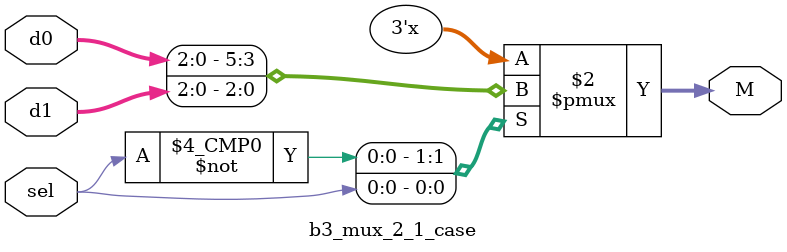
<source format=v>
/**
* Common module for different multiplekser
**/



/**
* Simple mux using continuous assignment
* M - mux output signal
* S - select signal
* X - data input
* Y - data input
**/
module mux_2_to_1_simple(
    input  [9:0] SW, 
    output [9:0] LEDR
);

wire [2:0] M;
wire [2:0] X = SW[2:0];
wire [2:0] Y = SW[5:3];
wire S = SW[9];

assign LEDR[9] = SW[9];
assign LEDR[2:0] = SW[2:0];
assign LEDR[5:3] = SW[5:3];
assign LEDR[8:6] = M;

b1_mux_2_1_comb  b1_mux_2_1_comb  (.d0(X), .d1(Y), .sel(S), .M(M));

endmodule

/**
* Simple mux using if statement or case
* M - mux output signal
* S - select signal
* X - data input
* Y - data input
**/
module mux_2_to_1_procedural(
    input  [9:0] SW, 
    output [9:0] LEDR
);

wire [2:0] M;
wire [2:0] X = SW[2:0];
wire [2:0] Y = SW[5:3];
wire S = SW[9];

assign LEDR[9]   = SW[9];
assign LEDR[2:0] = SW[2:0];
assign LEDR[5:3] = SW[5:3];
assign LEDR[8:6] = M;

b3_mux_2_1_case  b2_mux  (.d0(X), .d1(Y), .sel(S), .M(M));

endmodule


module b1_mux_2_1_comb
(
    input  [2:0] d0,
    input  [2:0] d1,
    input  sel,
    output [2:0] M
);

    assign M = sel ? d1 : d0;

endmodule

module b2_mux_2_1_if_statement (
    input  [2:0] d0,
    input  [2:0] d1,
    input  sel,
    output reg [2:0] M
);

always @(d0 or d1 or sel) begin
    if (sel == 1) 
      M = d1;
    else
      M = d0;
end        


endmodule

module b3_mux_2_1_case (
    input  [2:0] d0,
    input  [2:0] d1,
    input  sel,
    output reg [2:0] M
);

always @(d0 or d1 or sel) begin
    case (sel)
      1'b0: M = d0;
      1'b1: M = d1;
      default: M = d0;
    endcase
end        


endmodule
</source>
